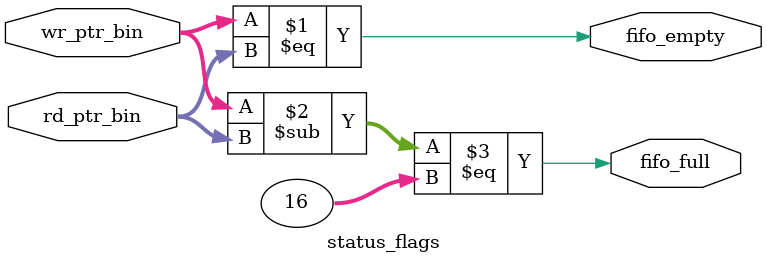
<source format=v>
`timescale 1ns / 1ps

module status_flags #(parameter SIZE = 4, parameter DEPTH = 16)(
    input  wire [SIZE-1:0] wr_ptr_bin,    // Write pointer
    input  wire [SIZE-1:0] rd_ptr_bin,    // Read pointer
    output wire            fifo_full,     // FIFO full flag
    output wire            fifo_empty     // FIFO empty flag
);

    // Empty Condition
    // FIFO is empty when write and read pointers are equal.
    assign fifo_empty = (wr_ptr_bin == rd_ptr_bin);

    
    // Full Condition
    // FIFO is full when the difference between write and read pointers
    // equals the FIFO depth.
    assign fifo_full = ((wr_ptr_bin - rd_ptr_bin) == DEPTH);

endmodule


</source>
